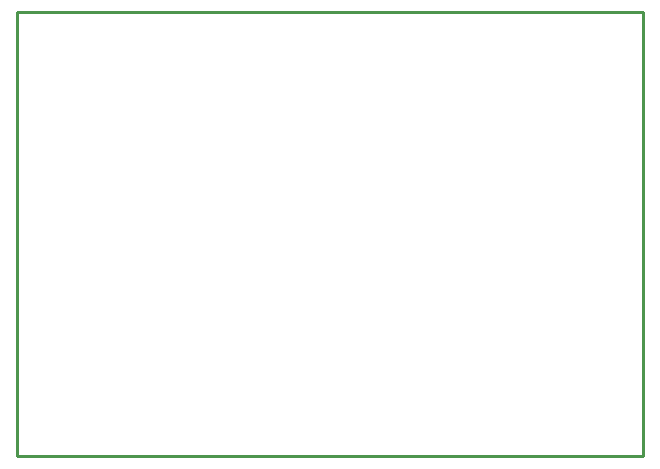
<source format=gko>
G04 Layer: BoardOutline*
G04 EasyEDA v6.4.20.6, 2021-07-12T14:55:30+02:00*
G04 d0fccb6582e04fcdb478b3de06c523d3,74a9197d99fe486e8768ab895f0c19fe,10*
G04 Gerber Generator version 0.2*
G04 Scale: 100 percent, Rotated: No, Reflected: No *
G04 Dimensions in millimeters *
G04 leading zeros omitted , absolute positions ,4 integer and 5 decimal *
%FSLAX45Y45*%
%MOMM*%

%ADD10C,0.2540*%
D10*
X711200Y-9334500D02*
G01*
X6007100Y-9334500D01*
X6007100Y-13093700D01*
X711200Y-13093700D01*
X711200Y-9334500D01*

%LPD*%
M02*

</source>
